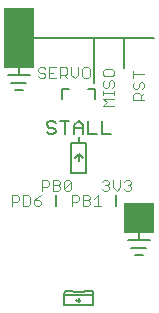
<source format=gto>
G75*
%MOIN*%
%OFA0B0*%
%FSLAX24Y24*%
%IPPOS*%
%LPD*%
%AMOC8*
5,1,8,0,0,1.08239X$1,22.5*
%
%ADD10C,0.0050*%
%ADD11C,0.0080*%
%ADD12R,0.1000X0.2000*%
%ADD13R,0.1000X0.1000*%
%ADD14C,0.0040*%
D10*
X002318Y000609D02*
X003282Y000609D01*
X003282Y000924D01*
X002318Y000924D01*
X002328Y001082D01*
X002564Y001082D01*
X002643Y001023D01*
X002957Y001023D01*
X003036Y001082D01*
X003272Y001082D01*
X003282Y000924D01*
X002879Y000767D02*
X002800Y000688D01*
X002721Y000767D01*
X002800Y000845D02*
X002800Y000688D01*
X002318Y000609D02*
X002318Y000924D01*
X002050Y003892D02*
X002050Y004267D01*
X002550Y005017D02*
X003050Y005017D01*
X003050Y006017D01*
X002800Y006017D01*
X002550Y006017D01*
X002550Y005017D01*
X002800Y005392D02*
X002800Y005642D01*
X002925Y005517D01*
X002800Y005642D02*
X002675Y005517D01*
X002800Y006017D02*
X002800Y006217D01*
X002945Y006292D02*
X002945Y006592D01*
X002795Y006742D01*
X002645Y006592D01*
X002645Y006292D01*
X002645Y006517D02*
X002945Y006517D01*
X003105Y006742D02*
X003105Y006292D01*
X003405Y006292D01*
X003566Y006292D02*
X003866Y006292D01*
X003566Y006292D02*
X003566Y006742D01*
X002485Y006742D02*
X002184Y006742D01*
X002335Y006742D02*
X002335Y006292D01*
X002024Y006367D02*
X001949Y006292D01*
X001799Y006292D01*
X001724Y006367D01*
X001799Y006517D02*
X001949Y006517D01*
X002024Y006442D01*
X002024Y006367D01*
X002024Y006667D02*
X001949Y006742D01*
X001799Y006742D01*
X001724Y006667D01*
X001724Y006592D01*
X001799Y006517D01*
X004050Y004267D02*
X004050Y003892D01*
D11*
X004800Y003017D02*
X004800Y002767D01*
X005175Y002767D01*
X005050Y002517D02*
X004550Y002517D01*
X004425Y002767D02*
X004800Y002767D01*
X004675Y002267D02*
X004925Y002267D01*
X003351Y007477D02*
X003351Y007792D01*
X003115Y007792D01*
X003300Y008017D02*
X003300Y009517D01*
X004300Y009517D01*
X004300Y008517D01*
X004300Y009517D02*
X005300Y009517D01*
X003300Y009517D02*
X001300Y009517D01*
X000800Y008517D02*
X000800Y008267D01*
X001175Y008267D01*
X001050Y008017D02*
X000550Y008017D01*
X000425Y008267D02*
X000800Y008267D01*
X000925Y007767D02*
X000675Y007767D01*
X002249Y007792D02*
X002249Y007477D01*
X002249Y007792D02*
X002485Y007792D01*
D12*
X000800Y009517D03*
D13*
X004800Y003517D03*
D14*
X004487Y004412D02*
X004367Y004412D01*
X004307Y004472D01*
X004179Y004532D02*
X004179Y004772D01*
X004307Y004712D02*
X004367Y004772D01*
X004487Y004772D01*
X004547Y004712D01*
X004547Y004652D01*
X004487Y004592D01*
X004547Y004532D01*
X004547Y004472D01*
X004487Y004412D01*
X004487Y004592D02*
X004427Y004592D01*
X004179Y004532D02*
X004058Y004412D01*
X003938Y004532D01*
X003938Y004772D01*
X003810Y004712D02*
X003810Y004652D01*
X003750Y004592D01*
X003810Y004532D01*
X003810Y004472D01*
X003750Y004412D01*
X003630Y004412D01*
X003570Y004472D01*
X003427Y004272D02*
X003427Y003912D01*
X003307Y003912D02*
X003547Y003912D01*
X003307Y004152D02*
X003427Y004272D01*
X003179Y004212D02*
X003179Y004152D01*
X003118Y004092D01*
X002938Y004092D01*
X002810Y004092D02*
X002810Y004212D01*
X002750Y004272D01*
X002570Y004272D01*
X002570Y003912D01*
X002570Y004032D02*
X002750Y004032D01*
X002810Y004092D01*
X002938Y003912D02*
X002938Y004272D01*
X003118Y004272D01*
X003179Y004212D01*
X003118Y004092D02*
X003179Y004032D01*
X003179Y003972D01*
X003118Y003912D01*
X002938Y003912D01*
X002487Y004412D02*
X002367Y004412D01*
X002307Y004472D01*
X002547Y004712D01*
X002547Y004472D01*
X002487Y004412D01*
X002307Y004472D02*
X002307Y004712D01*
X002367Y004772D01*
X002487Y004772D01*
X002547Y004712D01*
X002179Y004712D02*
X002179Y004652D01*
X002118Y004592D01*
X001938Y004592D01*
X001810Y004592D02*
X001810Y004712D01*
X001750Y004772D01*
X001570Y004772D01*
X001570Y004412D01*
X001570Y004532D02*
X001750Y004532D01*
X001810Y004592D01*
X001938Y004412D02*
X001938Y004772D01*
X002118Y004772D01*
X002179Y004712D01*
X002118Y004592D02*
X002179Y004532D01*
X002179Y004472D01*
X002118Y004412D01*
X001938Y004412D01*
X001547Y004272D02*
X001427Y004212D01*
X001307Y004092D01*
X001487Y004092D01*
X001547Y004032D01*
X001547Y003972D01*
X001487Y003912D01*
X001367Y003912D01*
X001307Y003972D01*
X001307Y004092D01*
X001179Y003972D02*
X001179Y004212D01*
X001118Y004272D01*
X000938Y004272D01*
X000938Y003912D01*
X001118Y003912D01*
X001179Y003972D01*
X000810Y004092D02*
X000750Y004032D01*
X000570Y004032D01*
X000570Y003912D02*
X000570Y004272D01*
X000750Y004272D01*
X000810Y004212D01*
X000810Y004092D01*
X003570Y004712D02*
X003630Y004772D01*
X003750Y004772D01*
X003810Y004712D01*
X003750Y004592D02*
X003690Y004592D01*
X003620Y007237D02*
X003740Y007357D01*
X003620Y007477D01*
X003980Y007477D01*
X003980Y007605D02*
X003980Y007725D01*
X003980Y007665D02*
X003620Y007665D01*
X003620Y007605D02*
X003620Y007725D01*
X003680Y007851D02*
X003740Y007851D01*
X003800Y007911D01*
X003800Y008031D01*
X003860Y008091D01*
X003920Y008091D01*
X003980Y008031D01*
X003980Y007911D01*
X003920Y007851D01*
X003680Y007851D02*
X003620Y007911D01*
X003620Y008031D01*
X003680Y008091D01*
X003680Y008219D02*
X003920Y008219D01*
X003980Y008279D01*
X003980Y008399D01*
X003920Y008459D01*
X003680Y008459D01*
X003620Y008399D01*
X003620Y008279D01*
X003680Y008219D01*
X003158Y008222D02*
X003158Y008462D01*
X003098Y008522D01*
X002978Y008522D01*
X002918Y008462D01*
X002918Y008222D01*
X002978Y008162D01*
X003098Y008162D01*
X003158Y008222D01*
X002790Y008282D02*
X002790Y008522D01*
X002790Y008282D02*
X002670Y008162D01*
X002550Y008282D01*
X002550Y008522D01*
X002422Y008462D02*
X002422Y008342D01*
X002362Y008282D01*
X002182Y008282D01*
X002302Y008282D02*
X002422Y008162D01*
X002182Y008162D02*
X002182Y008522D01*
X002362Y008522D01*
X002422Y008462D01*
X002054Y008522D02*
X001813Y008522D01*
X001813Y008162D01*
X002054Y008162D01*
X001933Y008342D02*
X001813Y008342D01*
X001685Y008282D02*
X001685Y008222D01*
X001625Y008162D01*
X001505Y008162D01*
X001445Y008222D01*
X001505Y008342D02*
X001625Y008342D01*
X001685Y008282D01*
X001685Y008462D02*
X001625Y008522D01*
X001505Y008522D01*
X001445Y008462D01*
X001445Y008402D01*
X001505Y008342D01*
X003620Y007237D02*
X003980Y007237D01*
X004620Y007437D02*
X004620Y007617D01*
X004680Y007677D01*
X004800Y007677D01*
X004860Y007617D01*
X004860Y007437D01*
X004860Y007557D02*
X004980Y007677D01*
X004920Y007805D02*
X004980Y007865D01*
X004980Y007985D01*
X004920Y008045D01*
X004860Y008045D01*
X004800Y007985D01*
X004800Y007865D01*
X004740Y007805D01*
X004680Y007805D01*
X004620Y007865D01*
X004620Y007985D01*
X004680Y008045D01*
X004620Y008173D02*
X004620Y008413D01*
X004620Y008293D02*
X004980Y008293D01*
X004980Y007437D02*
X004620Y007437D01*
M02*

</source>
